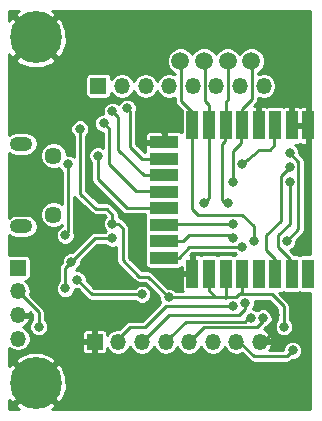
<source format=gbr>
G04 #@! TF.GenerationSoftware,KiCad,Pcbnew,no-vcs-found-33e0758~58~ubuntu16.04.1*
G04 #@! TF.CreationDate,2018-02-07T18:59:58+01:00*
G04 #@! TF.ProjectId,ultrawidebridge,756C747261776964656272696467652E,rev?*
G04 #@! TF.FileFunction,Copper,L2,Bot,Signal*
G04 #@! TF.FilePolarity,Positive*
%FSLAX46Y46*%
G04 Gerber Fmt 4.6, Leading zero omitted, Abs format (unit mm)*
G04 Created by KiCad (PCBNEW no-vcs-found-33e0758~58~ubuntu16.04.1) date Wed Feb  7 18:59:58 2018*
%MOMM*%
%LPD*%
G01*
G04 APERTURE LIST*
%ADD10C,0.100000*%
%ADD11C,1.500000*%
%ADD12C,4.400000*%
%ADD13R,1.000000X2.450000*%
%ADD14R,2.450000X1.000000*%
%ADD15C,1.450000*%
%ADD16O,1.900000X1.200000*%
%ADD17O,1.350000X1.350000*%
%ADD18R,1.350000X1.350000*%
%ADD19C,0.800000*%
%ADD20C,0.250000*%
%ADD21C,0.254000*%
G04 APERTURE END LIST*
D10*
D11*
X174500000Y-117500000D03*
X180500000Y-117500000D03*
X178500000Y-117500000D03*
D12*
X162250000Y-144750000D03*
D13*
X185325000Y-135500000D03*
X183925000Y-135500000D03*
X182525000Y-135500000D03*
X181125000Y-135500000D03*
X179725000Y-135500000D03*
X178325000Y-135500000D03*
X176925000Y-135500000D03*
X175525000Y-135500000D03*
D14*
X173125000Y-134150000D03*
X173125000Y-132750000D03*
X173125000Y-131350000D03*
X173125000Y-129950000D03*
X173125000Y-128550000D03*
X173125000Y-127150000D03*
X173125000Y-125750000D03*
X173125000Y-124350000D03*
D13*
X175525000Y-122950000D03*
X176925000Y-122950000D03*
X178325000Y-122950000D03*
X179725000Y-122950000D03*
X181125000Y-122950000D03*
X182525000Y-122950000D03*
X183925000Y-122950000D03*
X185325000Y-122950000D03*
D15*
X163750000Y-125500000D03*
X163750000Y-130500000D03*
D16*
X161050000Y-124500000D03*
X161050000Y-131500000D03*
D17*
X181550000Y-119600000D03*
X179550000Y-119600000D03*
X177550000Y-119600000D03*
X175550000Y-119600000D03*
X173550000Y-119600000D03*
X171550000Y-119600000D03*
X169550000Y-119600000D03*
D18*
X167550000Y-119600000D03*
D17*
X181250000Y-141250000D03*
X179250000Y-141250000D03*
X177250000Y-141250000D03*
X175250000Y-141250000D03*
X173250000Y-141250000D03*
X171250000Y-141250000D03*
X169250000Y-141250000D03*
D18*
X167250000Y-141250000D03*
D17*
X160750000Y-141000000D03*
X160750000Y-139000000D03*
X160750000Y-137000000D03*
D18*
X160750000Y-135000000D03*
D12*
X162250000Y-115500000D03*
D11*
X176500000Y-117500000D03*
D19*
X183750000Y-125250000D03*
X183500000Y-132750000D03*
X183250000Y-140000000D03*
X166000000Y-123250000D03*
X168750000Y-131250000D03*
X173500000Y-137500000D03*
X182500000Y-139000000D03*
X162000000Y-133750000D03*
X162250000Y-137250000D03*
X165250000Y-134500000D03*
X168750000Y-132500000D03*
X164750000Y-136750000D03*
X164750000Y-132250000D03*
X165000000Y-126250000D03*
X168750000Y-121750000D03*
X170000000Y-121500000D03*
X184000000Y-142000000D03*
X181500000Y-139250000D03*
X180500000Y-139250000D03*
X180000000Y-138000000D03*
X179000000Y-138250000D03*
X162500000Y-140000000D03*
X165750000Y-136000000D03*
X171250000Y-137250000D03*
X167500000Y-125500000D03*
X168000000Y-122750000D03*
X183750000Y-127750000D03*
X183750000Y-126500000D03*
X179750000Y-133250000D03*
X179000000Y-132500000D03*
X179000000Y-131250000D03*
X180750000Y-132750000D03*
X176500000Y-129500000D03*
X178500000Y-129500000D03*
X179000000Y-127750000D03*
X179750000Y-126250000D03*
D20*
X182000000Y-137250000D02*
X182250000Y-137250000D01*
X179500000Y-137250000D02*
X182000000Y-137250000D01*
X183250000Y-138250000D02*
X183250000Y-140000000D01*
X182250000Y-137250000D02*
X183250000Y-138250000D01*
X179500000Y-137250000D02*
X179250000Y-137500000D01*
X184500000Y-131250000D02*
X184500000Y-129000000D01*
X184500000Y-126000000D02*
X183750000Y-125250000D01*
X184500000Y-129000000D02*
X184500000Y-126000000D01*
X184500000Y-131750000D02*
X184500000Y-131250000D01*
X183500000Y-132750000D02*
X184500000Y-131750000D01*
X168750000Y-131250000D02*
X168750000Y-130500000D01*
X166000000Y-127500000D02*
X166000000Y-123250000D01*
X166000000Y-128750000D02*
X166000000Y-127500000D01*
X167375000Y-130000000D02*
X166000000Y-128750000D01*
X168750000Y-130500000D02*
X168250000Y-130000000D01*
X168250000Y-130000000D02*
X167375000Y-130000000D01*
X169625000Y-131875000D02*
X169625000Y-131625000D01*
X173500000Y-137500000D02*
X171750000Y-135750000D01*
X169625000Y-134250000D02*
X169625000Y-134375000D01*
X169625000Y-134375000D02*
X171000000Y-135750000D01*
X169625000Y-131875000D02*
X169625000Y-134250000D01*
X171000000Y-135750000D02*
X171750000Y-135750000D01*
X169250000Y-131250000D02*
X168750000Y-131250000D01*
X169625000Y-131625000D02*
X169250000Y-131250000D01*
X168750000Y-131250000D02*
X169000000Y-131250000D01*
X178325000Y-135500000D02*
X178325000Y-137500000D01*
X178300000Y-137575000D02*
X178300000Y-137500000D01*
X178300000Y-137525000D02*
X178300000Y-137575000D01*
X178325000Y-137500000D02*
X178300000Y-137525000D01*
X176925000Y-135500000D02*
X176925000Y-136925000D01*
X176925000Y-136925000D02*
X177500000Y-137500000D01*
X173500000Y-137500000D02*
X177000000Y-137500000D01*
X177000000Y-137500000D02*
X177500000Y-137500000D01*
X177500000Y-137500000D02*
X177750000Y-137500000D01*
X177750000Y-137500000D02*
X178300000Y-137500000D01*
X178300000Y-137500000D02*
X179250000Y-137500000D01*
X179725000Y-135500000D02*
X179725000Y-137025000D01*
X179725000Y-137025000D02*
X179500000Y-137250000D01*
X179250000Y-137500000D02*
X179500000Y-137250000D01*
X181250000Y-141250000D02*
X181500000Y-141250000D01*
X181500000Y-141250000D02*
X182500000Y-140250000D01*
X182500000Y-140250000D02*
X182500000Y-139000000D01*
X181250000Y-141000000D02*
X181250000Y-141250000D01*
X162000000Y-137000000D02*
X162000000Y-133750000D01*
X162250000Y-137250000D02*
X162000000Y-137000000D01*
X167500000Y-141000000D02*
X167500000Y-141250000D01*
X167500000Y-141250000D02*
X167250000Y-141250000D01*
X167250000Y-140750000D02*
X167250000Y-141500000D01*
X167250000Y-141500000D02*
X167250000Y-141250000D01*
X167000000Y-141250000D02*
X167250000Y-141250000D01*
X164750000Y-136750000D02*
X164750000Y-135000000D01*
X164750000Y-135000000D02*
X165250000Y-134500000D01*
X165250000Y-134500000D02*
X167250000Y-132500000D01*
X167250000Y-132500000D02*
X168750000Y-132500000D01*
X165000000Y-126250000D02*
X165000000Y-132000000D01*
X165000000Y-132000000D02*
X164750000Y-132250000D01*
X168750000Y-121750000D02*
X169250000Y-122250000D01*
X169250000Y-125000000D02*
X171400000Y-127150000D01*
X169250000Y-122250000D02*
X169250000Y-125000000D01*
X173125000Y-127150000D02*
X171400000Y-127150000D01*
X172850000Y-127150000D02*
X172875000Y-127175000D01*
X172875000Y-127175000D02*
X173125000Y-127150000D01*
X167575000Y-119775000D02*
X167550000Y-119600000D01*
X170250000Y-124750000D02*
X170250000Y-121750000D01*
X170250000Y-121750000D02*
X170000000Y-121500000D01*
X170250000Y-124750000D02*
X171250000Y-125750000D01*
X172575000Y-125750000D02*
X171450000Y-125750000D01*
X171450000Y-125750000D02*
X171250000Y-125750000D01*
X173125000Y-125750000D02*
X172575000Y-125750000D01*
X172575000Y-125750000D02*
X172625000Y-125800000D01*
X172625000Y-125800000D02*
X173125000Y-125750000D01*
X169500000Y-119725000D02*
X169575000Y-119650000D01*
X169575000Y-119650000D02*
X169575000Y-119625000D01*
X169575000Y-119625000D02*
X169550000Y-119600000D01*
X183500000Y-142500000D02*
X184000000Y-142000000D01*
X182000000Y-142500000D02*
X181500000Y-142500000D01*
X180750000Y-142500000D02*
X179500000Y-141250000D01*
X180750000Y-142500000D02*
X181500000Y-142500000D01*
X182000000Y-142500000D02*
X183500000Y-142500000D01*
X179250000Y-141250000D02*
X179500000Y-141250000D01*
X177250000Y-141250000D02*
X177250000Y-141750000D01*
X177250000Y-141250000D02*
X177000000Y-141250000D01*
X175250000Y-141250000D02*
X176500000Y-140000000D01*
X181500000Y-139500000D02*
X181500000Y-139250000D01*
X181000000Y-140000000D02*
X181500000Y-139500000D01*
X176500000Y-140000000D02*
X181000000Y-140000000D01*
X175250000Y-141250000D02*
X175000000Y-141500000D01*
X176250000Y-139549998D02*
X174950002Y-139549998D01*
X176250000Y-139549998D02*
X179950002Y-139549998D01*
X173750000Y-140750000D02*
X173250000Y-141250000D01*
X180250000Y-139250000D02*
X179950002Y-139549998D01*
X180500000Y-139250000D02*
X180250000Y-139250000D01*
X174950002Y-139549998D02*
X173750000Y-140750000D01*
X176000000Y-139000000D02*
X173500000Y-139000000D01*
X173500000Y-139000000D02*
X172500000Y-140000000D01*
X172500000Y-140000000D02*
X171250000Y-141250000D01*
X179500000Y-139000000D02*
X176000000Y-139000000D01*
X180000000Y-138500000D02*
X179500000Y-139000000D01*
X180000000Y-138000000D02*
X180000000Y-138500000D01*
X171250000Y-141000000D02*
X171250000Y-141250000D01*
X171250000Y-140750000D02*
X171250000Y-141250000D01*
X179000000Y-138250000D02*
X173250000Y-138250000D01*
X173250000Y-138250000D02*
X172000000Y-139500000D01*
X170250000Y-140000000D02*
X169250000Y-141000000D01*
X172000000Y-139500000D02*
X171500000Y-140000000D01*
X171500000Y-140000000D02*
X170250000Y-140000000D01*
X169250000Y-141000000D02*
X169250000Y-141250000D01*
X169250000Y-141250000D02*
X169250000Y-141000000D01*
X162500000Y-140000000D02*
X162500000Y-138750000D01*
X162500000Y-138750000D02*
X162250000Y-138500000D01*
X162250000Y-138500000D02*
X160750000Y-137000000D01*
X167250000Y-137250000D02*
X167000000Y-137250000D01*
X167000000Y-137250000D02*
X165750000Y-136000000D01*
X171250000Y-137250000D02*
X167250000Y-137250000D01*
X172450000Y-129950000D02*
X171450000Y-129950000D01*
X167500000Y-127500000D02*
X167500000Y-125500000D01*
X169950000Y-129950000D02*
X167500000Y-127500000D01*
X171450000Y-129950000D02*
X169950000Y-129950000D01*
X172450000Y-129950000D02*
X173125000Y-129950000D01*
X172200000Y-129950000D02*
X172450000Y-129950000D01*
X172450000Y-129950000D02*
X172500000Y-130000000D01*
X172500000Y-130000000D02*
X172200000Y-129950000D01*
X170750000Y-128500000D02*
X173000000Y-128500000D01*
X168500000Y-126250000D02*
X170750000Y-128500000D01*
X168500000Y-123250000D02*
X168500000Y-126250000D01*
X168000000Y-122750000D02*
X168500000Y-123250000D01*
X173000000Y-128500000D02*
X173125000Y-128550000D01*
X173175000Y-128550000D02*
X173275000Y-128450000D01*
X173275000Y-128450000D02*
X173125000Y-128550000D01*
X183000000Y-133500000D02*
X183500000Y-134000000D01*
X183750000Y-134250000D02*
X183750000Y-135500000D01*
X183500000Y-134000000D02*
X183750000Y-134250000D01*
X183750000Y-135500000D02*
X183925000Y-135500000D01*
X184000000Y-135250000D02*
X183925000Y-135500000D01*
X183750000Y-131250000D02*
X183750000Y-127750000D01*
X183750000Y-131250000D02*
X182750000Y-132250000D01*
X182750000Y-132250000D02*
X182750000Y-133250000D01*
X182750000Y-133250000D02*
X183000000Y-133500000D01*
X182525000Y-135500000D02*
X182525000Y-134275000D01*
X182525000Y-134275000D02*
X181750000Y-133500000D01*
X181750000Y-133500000D02*
X181750000Y-132250000D01*
X181750000Y-132250000D02*
X183000000Y-131000000D01*
X183000000Y-131000000D02*
X183000000Y-127250000D01*
X183000000Y-127250000D02*
X183750000Y-126500000D01*
X173125000Y-134150000D02*
X174350000Y-134150000D01*
X174350000Y-134150000D02*
X175250000Y-133250000D01*
X175250000Y-133250000D02*
X179750000Y-133250000D01*
X174000000Y-134250000D02*
X173125000Y-134150000D01*
X172200000Y-134150000D02*
X173350000Y-134150000D01*
X173125000Y-132750000D02*
X174750000Y-132750000D01*
X178750000Y-132250000D02*
X179000000Y-132500000D01*
X175250000Y-132250000D02*
X178750000Y-132250000D01*
X174750000Y-132750000D02*
X175250000Y-132250000D01*
X179000000Y-131250000D02*
X173250000Y-131250000D01*
X173250000Y-131250000D02*
X173000000Y-131500000D01*
X173000000Y-131500000D02*
X173125000Y-131350000D01*
X172200000Y-131350000D02*
X173600000Y-131350000D01*
X174550000Y-120850000D02*
X174550000Y-117750000D01*
X174550000Y-117750000D02*
X174500000Y-117700000D01*
X174500000Y-117700000D02*
X174500000Y-117500000D01*
X180750000Y-132250000D02*
X180750000Y-132750000D01*
X175525000Y-122950000D02*
X175525000Y-121825000D01*
X175525000Y-121825000D02*
X174550000Y-120850000D01*
X178500000Y-130500000D02*
X179750000Y-130500000D01*
X175525000Y-122950000D02*
X175525000Y-130025000D01*
X180750000Y-131500000D02*
X180750000Y-132250000D01*
X179750000Y-130500000D02*
X180750000Y-131500000D01*
X176000000Y-130500000D02*
X178500000Y-130500000D01*
X175525000Y-130025000D02*
X176000000Y-130500000D01*
X180750000Y-132000000D02*
X180750000Y-132250000D01*
X175500000Y-123000000D02*
X175525000Y-122950000D01*
X176550000Y-120875000D02*
X176550000Y-117650000D01*
X176550000Y-117650000D02*
X176500000Y-117600000D01*
X176500000Y-117600000D02*
X176500000Y-117500000D01*
X176500000Y-117500000D02*
X176500000Y-117600000D01*
X176500000Y-117600000D02*
X176550000Y-117650000D01*
X176550000Y-117650000D02*
X176500000Y-117500000D01*
X176925000Y-122950000D02*
X176925000Y-121250000D01*
X176925000Y-121250000D02*
X176550000Y-120875000D01*
X176925000Y-122950000D02*
X176925000Y-129075000D01*
X176925000Y-129075000D02*
X176500000Y-129500000D01*
X177000000Y-123750000D02*
X176925000Y-122950000D01*
X177000000Y-123000000D02*
X176925000Y-122950000D01*
X177000000Y-123000000D02*
X176925000Y-122950000D01*
X178550000Y-120725000D02*
X178550000Y-117550000D01*
X178550000Y-117550000D02*
X178525000Y-117525000D01*
X178525000Y-117525000D02*
X178500000Y-117500000D01*
X178500000Y-129500000D02*
X178250000Y-129500000D01*
X178250000Y-129500000D02*
X178000000Y-129250000D01*
X178325000Y-122950000D02*
X178325000Y-120950000D01*
X178325000Y-120950000D02*
X178550000Y-120725000D01*
X178000000Y-124500000D02*
X178250000Y-124250000D01*
X178000000Y-129250000D02*
X178000000Y-124500000D01*
X178250000Y-124250000D02*
X178250000Y-123750000D01*
X178250000Y-123750000D02*
X178325000Y-122950000D01*
X178250000Y-123250000D02*
X178325000Y-122950000D01*
X178250000Y-123500000D02*
X178250000Y-123250000D01*
X178250000Y-123250000D02*
X178325000Y-122950000D01*
X178316937Y-123009129D02*
X178325000Y-122950000D01*
X178250000Y-123500000D02*
X178325000Y-122950000D01*
X179725000Y-122950000D02*
X179725000Y-121575000D01*
X179725000Y-121575000D02*
X180550000Y-120750000D01*
X179000000Y-125138426D02*
X179500000Y-124638426D01*
X179675000Y-124463426D02*
X179675000Y-123312276D01*
X179500000Y-124638426D02*
X179675000Y-124463426D01*
X179675000Y-123312276D02*
X179725000Y-122950000D01*
X179717000Y-122994000D02*
X179725000Y-122950000D01*
X179675000Y-123225000D02*
X179725000Y-122950000D01*
X180550000Y-120750000D02*
X180550000Y-117475000D01*
X180550000Y-117475000D02*
X180500000Y-117500000D01*
X179000000Y-127750000D02*
X179000000Y-125138426D01*
X179000000Y-125138426D02*
X179000000Y-125250000D01*
X179000000Y-125250000D02*
X179000000Y-125138426D01*
X182450000Y-124625000D02*
X182450000Y-123300000D01*
X182075000Y-125000000D02*
X182450000Y-124625000D01*
X181175000Y-125000000D02*
X182075000Y-125000000D01*
X179750000Y-126250000D02*
X181175000Y-125000000D01*
X182450000Y-123300000D02*
X182525000Y-122950000D01*
D21*
G36*
X160792153Y-113277380D02*
X160534441Y-113604836D01*
X162250000Y-115320395D01*
X163965559Y-113604836D01*
X163707847Y-113277380D01*
X163657434Y-113257000D01*
X185493000Y-113257000D01*
X185493000Y-121378750D01*
X185452000Y-121419750D01*
X185452000Y-122823000D01*
X185472000Y-122823000D01*
X185472000Y-123077000D01*
X185452000Y-123077000D01*
X185452000Y-124480250D01*
X185493000Y-124521250D01*
X185493000Y-133860027D01*
X184825000Y-133860027D01*
X184666197Y-133891615D01*
X184625000Y-133919142D01*
X184583803Y-133891615D01*
X184425000Y-133860027D01*
X184112389Y-133860027D01*
X183765737Y-133513375D01*
X183956532Y-133434540D01*
X184183742Y-133207726D01*
X184306860Y-132911226D01*
X184307048Y-132695313D01*
X184876178Y-132126183D01*
X184876181Y-132126181D01*
X184959703Y-132001181D01*
X184991505Y-131953587D01*
X185032001Y-131750000D01*
X185032000Y-131749995D01*
X185032000Y-126000000D01*
X184991504Y-125796412D01*
X184876181Y-125623819D01*
X184556953Y-125304591D01*
X184557140Y-125090182D01*
X184434540Y-124793468D01*
X184223441Y-124582000D01*
X184505957Y-124582000D01*
X184625000Y-124532691D01*
X184744043Y-124582000D01*
X185096250Y-124582000D01*
X185198000Y-124480250D01*
X185198000Y-123077000D01*
X184052000Y-123077000D01*
X184052000Y-123097000D01*
X183798000Y-123097000D01*
X183798000Y-123077000D01*
X183778000Y-123077000D01*
X183778000Y-122823000D01*
X183798000Y-122823000D01*
X183798000Y-121419750D01*
X184052000Y-121419750D01*
X184052000Y-122823000D01*
X185198000Y-122823000D01*
X185198000Y-121419750D01*
X185096250Y-121318000D01*
X184744043Y-121318000D01*
X184625000Y-121367309D01*
X184505957Y-121318000D01*
X184153750Y-121318000D01*
X184052000Y-121419750D01*
X183798000Y-121419750D01*
X183696250Y-121318000D01*
X183344043Y-121318000D01*
X183223307Y-121368010D01*
X183183803Y-121341615D01*
X183025000Y-121310027D01*
X182025000Y-121310027D01*
X181866197Y-121341615D01*
X181826693Y-121368010D01*
X181705957Y-121318000D01*
X181353750Y-121318000D01*
X181252000Y-121419750D01*
X181252000Y-122823000D01*
X181272000Y-122823000D01*
X181272000Y-123077000D01*
X181252000Y-123077000D01*
X181252000Y-123097000D01*
X180998000Y-123097000D01*
X180998000Y-123077000D01*
X180978000Y-123077000D01*
X180978000Y-122823000D01*
X180998000Y-122823000D01*
X180998000Y-121419750D01*
X180896250Y-121318000D01*
X180734362Y-121318000D01*
X180926181Y-121126181D01*
X180954702Y-121083496D01*
X181041504Y-120953588D01*
X181082000Y-120750000D01*
X181082000Y-120584797D01*
X181135937Y-120620836D01*
X181550000Y-120703198D01*
X181964063Y-120620836D01*
X182315090Y-120386288D01*
X182549638Y-120035261D01*
X182632000Y-119621198D01*
X182632000Y-119578802D01*
X182549638Y-119164739D01*
X182315090Y-118813712D01*
X181964063Y-118579164D01*
X181550000Y-118496802D01*
X181135937Y-118579164D01*
X181082000Y-118615203D01*
X181082000Y-118511398D01*
X181154532Y-118481429D01*
X181480285Y-118156244D01*
X181656799Y-117731151D01*
X181657200Y-117270868D01*
X181481429Y-116845468D01*
X181156244Y-116519715D01*
X180731151Y-116343201D01*
X180270868Y-116342800D01*
X179845468Y-116518571D01*
X179519715Y-116843756D01*
X179500170Y-116890825D01*
X179481429Y-116845468D01*
X179156244Y-116519715D01*
X178731151Y-116343201D01*
X178270868Y-116342800D01*
X177845468Y-116518571D01*
X177519715Y-116843756D01*
X177500170Y-116890825D01*
X177481429Y-116845468D01*
X177156244Y-116519715D01*
X176731151Y-116343201D01*
X176270868Y-116342800D01*
X175845468Y-116518571D01*
X175519715Y-116843756D01*
X175500170Y-116890825D01*
X175481429Y-116845468D01*
X175156244Y-116519715D01*
X174731151Y-116343201D01*
X174270868Y-116342800D01*
X173845468Y-116518571D01*
X173519715Y-116843756D01*
X173343201Y-117268849D01*
X173342800Y-117729132D01*
X173518571Y-118154532D01*
X173843756Y-118480285D01*
X174018000Y-118552637D01*
X174018000Y-118615203D01*
X173964063Y-118579164D01*
X173550000Y-118496802D01*
X173135937Y-118579164D01*
X172784910Y-118813712D01*
X172550362Y-119164739D01*
X172550000Y-119166559D01*
X172549638Y-119164739D01*
X172315090Y-118813712D01*
X171964063Y-118579164D01*
X171550000Y-118496802D01*
X171135937Y-118579164D01*
X170784910Y-118813712D01*
X170550362Y-119164739D01*
X170550000Y-119166559D01*
X170549638Y-119164739D01*
X170315090Y-118813712D01*
X169964063Y-118579164D01*
X169550000Y-118496802D01*
X169135937Y-118579164D01*
X168784910Y-118813712D01*
X168639973Y-119030626D01*
X168639973Y-118925000D01*
X168608385Y-118766197D01*
X168518430Y-118631570D01*
X168383803Y-118541615D01*
X168225000Y-118510027D01*
X166875000Y-118510027D01*
X166716197Y-118541615D01*
X166581570Y-118631570D01*
X166491615Y-118766197D01*
X166460027Y-118925000D01*
X166460027Y-120275000D01*
X166491615Y-120433803D01*
X166581570Y-120568430D01*
X166716197Y-120658385D01*
X166875000Y-120689973D01*
X168225000Y-120689973D01*
X168383803Y-120658385D01*
X168518430Y-120568430D01*
X168608385Y-120433803D01*
X168639973Y-120275000D01*
X168639973Y-120169374D01*
X168784910Y-120386288D01*
X169135937Y-120620836D01*
X169550000Y-120703198D01*
X169964063Y-120620836D01*
X170315090Y-120386288D01*
X170549638Y-120035261D01*
X170550000Y-120033441D01*
X170550362Y-120035261D01*
X170784910Y-120386288D01*
X171135937Y-120620836D01*
X171550000Y-120703198D01*
X171964063Y-120620836D01*
X172315090Y-120386288D01*
X172549638Y-120035261D01*
X172550000Y-120033441D01*
X172550362Y-120035261D01*
X172784910Y-120386288D01*
X173135937Y-120620836D01*
X173550000Y-120703198D01*
X173964063Y-120620836D01*
X174018000Y-120584797D01*
X174018000Y-120850000D01*
X174058496Y-121053588D01*
X174155536Y-121198819D01*
X174173819Y-121226181D01*
X174620415Y-121672777D01*
X174610027Y-121725000D01*
X174610027Y-123534442D01*
X174580547Y-123504962D01*
X174430958Y-123443000D01*
X173353750Y-123443000D01*
X173252000Y-123544750D01*
X173252000Y-124223000D01*
X173272000Y-124223000D01*
X173272000Y-124477000D01*
X173252000Y-124477000D01*
X173252000Y-124497000D01*
X172998000Y-124497000D01*
X172998000Y-124477000D01*
X171594750Y-124477000D01*
X171493000Y-124578750D01*
X171493000Y-124930957D01*
X171543010Y-125051693D01*
X171516615Y-125091197D01*
X171491392Y-125218000D01*
X171470361Y-125218000D01*
X170782000Y-124529638D01*
X170782000Y-123769043D01*
X171493000Y-123769043D01*
X171493000Y-124121250D01*
X171594750Y-124223000D01*
X172998000Y-124223000D01*
X172998000Y-123544750D01*
X172896250Y-123443000D01*
X171819042Y-123443000D01*
X171669453Y-123504962D01*
X171554962Y-123619453D01*
X171493000Y-123769043D01*
X170782000Y-123769043D01*
X170782000Y-121750000D01*
X170778113Y-121730457D01*
X170806860Y-121661226D01*
X170807140Y-121340182D01*
X170684540Y-121043468D01*
X170457726Y-120816258D01*
X170161226Y-120693140D01*
X169840182Y-120692860D01*
X169543468Y-120815460D01*
X169316258Y-121042274D01*
X169277341Y-121135995D01*
X169207726Y-121066258D01*
X168911226Y-120943140D01*
X168590182Y-120942860D01*
X168293468Y-121065460D01*
X168066258Y-121292274D01*
X167943140Y-121588774D01*
X167942860Y-121909818D01*
X167956555Y-121942961D01*
X167840182Y-121942860D01*
X167543468Y-122065460D01*
X167316258Y-122292274D01*
X167193140Y-122588774D01*
X167192860Y-122909818D01*
X167315460Y-123206532D01*
X167542274Y-123433742D01*
X167838774Y-123556860D01*
X167968000Y-123556973D01*
X167968000Y-124826550D01*
X167957726Y-124816258D01*
X167661226Y-124693140D01*
X167340182Y-124692860D01*
X167043468Y-124815460D01*
X166816258Y-125042274D01*
X166693140Y-125338774D01*
X166692860Y-125659818D01*
X166815460Y-125956532D01*
X166968000Y-126109338D01*
X166968000Y-127500000D01*
X167008496Y-127703588D01*
X167123819Y-127876181D01*
X169573819Y-130326181D01*
X169746412Y-130441504D01*
X169950000Y-130482000D01*
X171491392Y-130482000D01*
X171516615Y-130608803D01*
X171544142Y-130650000D01*
X171516615Y-130691197D01*
X171485027Y-130850000D01*
X171485027Y-131850000D01*
X171516615Y-132008803D01*
X171544142Y-132050000D01*
X171516615Y-132091197D01*
X171485027Y-132250000D01*
X171485027Y-133250000D01*
X171516615Y-133408803D01*
X171544142Y-133450000D01*
X171516615Y-133491197D01*
X171485027Y-133650000D01*
X171485027Y-134650000D01*
X171516615Y-134808803D01*
X171606570Y-134943430D01*
X171741197Y-135033385D01*
X171900000Y-135064973D01*
X174350000Y-135064973D01*
X174508803Y-135033385D01*
X174618000Y-134960422D01*
X174618000Y-135271250D01*
X174719750Y-135373000D01*
X175398000Y-135373000D01*
X175398000Y-133969750D01*
X175340306Y-133912056D01*
X175470362Y-133782000D01*
X179140796Y-133782000D01*
X179219733Y-133861075D01*
X179066197Y-133891615D01*
X179025000Y-133919142D01*
X178983803Y-133891615D01*
X178825000Y-133860027D01*
X177825000Y-133860027D01*
X177666197Y-133891615D01*
X177625000Y-133919142D01*
X177583803Y-133891615D01*
X177425000Y-133860027D01*
X176425000Y-133860027D01*
X176266197Y-133891615D01*
X176226693Y-133918010D01*
X176105957Y-133868000D01*
X175753750Y-133868000D01*
X175652000Y-133969750D01*
X175652000Y-135373000D01*
X175672000Y-135373000D01*
X175672000Y-135627000D01*
X175652000Y-135627000D01*
X175652000Y-135647000D01*
X175398000Y-135647000D01*
X175398000Y-135627000D01*
X174719750Y-135627000D01*
X174618000Y-135728750D01*
X174618000Y-136805958D01*
X174679962Y-136955547D01*
X174692415Y-136968000D01*
X174109204Y-136968000D01*
X173957726Y-136816258D01*
X173661226Y-136693140D01*
X173445314Y-136692952D01*
X172126181Y-135373819D01*
X172124955Y-135373000D01*
X171953588Y-135258496D01*
X171750000Y-135218000D01*
X171220362Y-135218000D01*
X170157000Y-134154638D01*
X170157000Y-131625000D01*
X170116504Y-131421412D01*
X170001181Y-131248819D01*
X169626181Y-130873819D01*
X169612942Y-130864973D01*
X169453588Y-130758496D01*
X169386260Y-130745104D01*
X169282000Y-130640662D01*
X169282000Y-130500000D01*
X169241504Y-130296412D01*
X169126181Y-130123819D01*
X168626181Y-129623819D01*
X168453588Y-129508496D01*
X168250000Y-129468000D01*
X167580675Y-129468000D01*
X166532000Y-128514659D01*
X166532000Y-123859204D01*
X166683742Y-123707726D01*
X166806860Y-123411226D01*
X166807140Y-123090182D01*
X166684540Y-122793468D01*
X166457726Y-122566258D01*
X166161226Y-122443140D01*
X165840182Y-122442860D01*
X165543468Y-122565460D01*
X165316258Y-122792274D01*
X165193140Y-123088774D01*
X165192860Y-123409818D01*
X165315460Y-123706532D01*
X165468000Y-123859338D01*
X165468000Y-125576550D01*
X165457726Y-125566258D01*
X165161226Y-125443140D01*
X164882050Y-125442897D01*
X164882196Y-125275819D01*
X164710222Y-124859611D01*
X164392064Y-124540897D01*
X163976157Y-124368197D01*
X163525819Y-124367804D01*
X163109611Y-124539778D01*
X162790897Y-124857936D01*
X162618197Y-125273843D01*
X162617804Y-125724181D01*
X162789778Y-126140389D01*
X163107936Y-126459103D01*
X163523843Y-126631803D01*
X163974181Y-126632196D01*
X164239455Y-126522587D01*
X164315460Y-126706532D01*
X164468000Y-126859338D01*
X164468000Y-129616966D01*
X164392064Y-129540897D01*
X163976157Y-129368197D01*
X163525819Y-129367804D01*
X163109611Y-129539778D01*
X162790897Y-129857936D01*
X162618197Y-130273843D01*
X162617804Y-130724181D01*
X162789778Y-131140389D01*
X163107936Y-131459103D01*
X163523843Y-131631803D01*
X163974181Y-131632196D01*
X164390389Y-131460222D01*
X164468000Y-131382746D01*
X164468000Y-131493345D01*
X164293468Y-131565460D01*
X164066258Y-131792274D01*
X163943140Y-132088774D01*
X163942860Y-132409818D01*
X164065460Y-132706532D01*
X164292274Y-132933742D01*
X164588774Y-133056860D01*
X164909818Y-133057140D01*
X165206532Y-132934540D01*
X165433742Y-132707726D01*
X165556860Y-132411226D01*
X165557140Y-132090182D01*
X165528061Y-132019805D01*
X165532000Y-132000000D01*
X165532000Y-128994676D01*
X165573050Y-129050200D01*
X165623819Y-129126181D01*
X165634501Y-129133319D01*
X165642138Y-129143648D01*
X167017138Y-130393648D01*
X167095436Y-130440738D01*
X167171412Y-130491504D01*
X167184012Y-130494010D01*
X167195022Y-130500632D01*
X167285390Y-130514176D01*
X167375000Y-130532000D01*
X168029638Y-130532000D01*
X168178183Y-130680545D01*
X168066258Y-130792274D01*
X167943140Y-131088774D01*
X167942860Y-131409818D01*
X168065460Y-131706532D01*
X168233729Y-131875095D01*
X168140662Y-131968000D01*
X167250000Y-131968000D01*
X167046412Y-132008496D01*
X166884767Y-132116504D01*
X166873819Y-132123819D01*
X165304591Y-133693047D01*
X165090182Y-133692860D01*
X164793468Y-133815460D01*
X164566258Y-134042274D01*
X164443140Y-134338774D01*
X164442952Y-134554686D01*
X164373819Y-134623819D01*
X164258496Y-134796412D01*
X164218000Y-135000000D01*
X164218000Y-136140796D01*
X164066258Y-136292274D01*
X163943140Y-136588774D01*
X163942860Y-136909818D01*
X164065460Y-137206532D01*
X164292274Y-137433742D01*
X164588774Y-137556860D01*
X164909818Y-137557140D01*
X165206532Y-137434540D01*
X165433742Y-137207726D01*
X165556860Y-136911226D01*
X165556963Y-136793651D01*
X165588774Y-136806860D01*
X165804686Y-136807048D01*
X166623819Y-137626181D01*
X166796412Y-137741504D01*
X167000000Y-137782000D01*
X170640796Y-137782000D01*
X170792274Y-137933742D01*
X171088774Y-138056860D01*
X171409818Y-138057140D01*
X171706532Y-137934540D01*
X171933742Y-137707726D01*
X172056860Y-137411226D01*
X172057140Y-137090182D01*
X171934540Y-136793468D01*
X171707726Y-136566258D01*
X171411226Y-136443140D01*
X171090182Y-136442860D01*
X170793468Y-136565460D01*
X170640662Y-136718000D01*
X167220362Y-136718000D01*
X166556953Y-136054591D01*
X166557140Y-135840182D01*
X166434540Y-135543468D01*
X166207726Y-135316258D01*
X165911226Y-135193140D01*
X165686193Y-135192944D01*
X165706532Y-135184540D01*
X165933742Y-134957726D01*
X166056860Y-134661226D01*
X166057048Y-134445314D01*
X167470362Y-133032000D01*
X168140796Y-133032000D01*
X168292274Y-133183742D01*
X168588774Y-133306860D01*
X168909818Y-133307140D01*
X169093000Y-133231451D01*
X169093000Y-134375000D01*
X169133496Y-134578588D01*
X169188713Y-134661226D01*
X169248819Y-134751181D01*
X170623819Y-136126181D01*
X170796413Y-136241505D01*
X171000000Y-136282001D01*
X171000005Y-136282000D01*
X171529638Y-136282000D01*
X172693047Y-137445409D01*
X172692860Y-137659818D01*
X172808339Y-137939299D01*
X171279638Y-139468000D01*
X170250005Y-139468000D01*
X170250000Y-139467999D01*
X170046413Y-139508495D01*
X170046411Y-139508496D01*
X170046412Y-139508496D01*
X169873819Y-139623819D01*
X169873817Y-139623822D01*
X169334107Y-140163532D01*
X169250000Y-140146802D01*
X168835937Y-140229164D01*
X168484910Y-140463712D01*
X168332000Y-140692559D01*
X168332000Y-140494043D01*
X168270038Y-140344453D01*
X168155547Y-140229962D01*
X168005958Y-140168000D01*
X167478750Y-140168000D01*
X167377000Y-140269750D01*
X167377000Y-141123000D01*
X167397000Y-141123000D01*
X167397000Y-141377000D01*
X167377000Y-141377000D01*
X167377000Y-142230250D01*
X167478750Y-142332000D01*
X168005958Y-142332000D01*
X168155547Y-142270038D01*
X168270038Y-142155547D01*
X168332000Y-142005957D01*
X168332000Y-141807441D01*
X168484910Y-142036288D01*
X168835937Y-142270836D01*
X169250000Y-142353198D01*
X169664063Y-142270836D01*
X170015090Y-142036288D01*
X170249638Y-141685261D01*
X170250000Y-141683441D01*
X170250362Y-141685261D01*
X170484910Y-142036288D01*
X170835937Y-142270836D01*
X171250000Y-142353198D01*
X171664063Y-142270836D01*
X172015090Y-142036288D01*
X172249638Y-141685261D01*
X172250000Y-141683441D01*
X172250362Y-141685261D01*
X172484910Y-142036288D01*
X172835937Y-142270836D01*
X173250000Y-142353198D01*
X173664063Y-142270836D01*
X174015090Y-142036288D01*
X174249638Y-141685261D01*
X174250000Y-141683441D01*
X174250362Y-141685261D01*
X174484910Y-142036288D01*
X174835937Y-142270836D01*
X175250000Y-142353198D01*
X175664063Y-142270836D01*
X176015090Y-142036288D01*
X176249638Y-141685261D01*
X176250000Y-141683441D01*
X176250362Y-141685261D01*
X176484910Y-142036288D01*
X176835937Y-142270836D01*
X177250000Y-142353198D01*
X177664063Y-142270836D01*
X178015090Y-142036288D01*
X178249638Y-141685261D01*
X178250000Y-141683441D01*
X178250362Y-141685261D01*
X178484910Y-142036288D01*
X178835937Y-142270836D01*
X179250000Y-142353198D01*
X179664063Y-142270836D01*
X179726653Y-142229015D01*
X180373819Y-142876181D01*
X180546412Y-142991504D01*
X180750000Y-143032000D01*
X183500000Y-143032000D01*
X183703588Y-142991504D01*
X183876181Y-142876181D01*
X183945409Y-142806953D01*
X184159818Y-142807140D01*
X184456532Y-142684540D01*
X184683742Y-142457726D01*
X184806860Y-142161226D01*
X184807140Y-141840182D01*
X184684540Y-141543468D01*
X184457726Y-141316258D01*
X184161226Y-141193140D01*
X183840182Y-141192860D01*
X183543468Y-141315460D01*
X183316258Y-141542274D01*
X183193140Y-141838774D01*
X183193027Y-141968000D01*
X182043333Y-141968000D01*
X182099834Y-141919728D01*
X182291438Y-141543531D01*
X182222784Y-141377000D01*
X181377000Y-141377000D01*
X181377000Y-141397000D01*
X181123000Y-141397000D01*
X181123000Y-141377000D01*
X181103000Y-141377000D01*
X181103000Y-141123000D01*
X181123000Y-141123000D01*
X181123000Y-141103000D01*
X181377000Y-141103000D01*
X181377000Y-141123000D01*
X182222784Y-141123000D01*
X182291438Y-140956469D01*
X182099834Y-140580272D01*
X181778850Y-140306035D01*
X181543711Y-140208651D01*
X181720151Y-140032211D01*
X181956532Y-139934540D01*
X182183742Y-139707726D01*
X182306860Y-139411226D01*
X182307140Y-139090182D01*
X182184540Y-138793468D01*
X181957726Y-138566258D01*
X181661226Y-138443140D01*
X181340182Y-138442860D01*
X181043468Y-138565460D01*
X181000123Y-138608729D01*
X180957726Y-138566258D01*
X180685597Y-138453260D01*
X180806860Y-138161226D01*
X180807140Y-137840182D01*
X180783100Y-137782000D01*
X182029638Y-137782000D01*
X182718000Y-138470361D01*
X182718000Y-139390796D01*
X182566258Y-139542274D01*
X182443140Y-139838774D01*
X182442860Y-140159818D01*
X182565460Y-140456532D01*
X182792274Y-140683742D01*
X183088774Y-140806860D01*
X183409818Y-140807140D01*
X183706532Y-140684540D01*
X183933742Y-140457726D01*
X184056860Y-140161226D01*
X184057140Y-139840182D01*
X183934540Y-139543468D01*
X183782000Y-139390662D01*
X183782000Y-138250005D01*
X183782001Y-138250000D01*
X183741505Y-138046413D01*
X183681448Y-137956532D01*
X183626181Y-137873819D01*
X183626178Y-137873817D01*
X182892335Y-137139973D01*
X183025000Y-137139973D01*
X183183803Y-137108385D01*
X183225000Y-137080858D01*
X183266197Y-137108385D01*
X183425000Y-137139973D01*
X184425000Y-137139973D01*
X184583803Y-137108385D01*
X184625000Y-137080858D01*
X184666197Y-137108385D01*
X184825000Y-137139973D01*
X185493000Y-137139973D01*
X185493000Y-146993000D01*
X163658645Y-146993000D01*
X163707847Y-146972620D01*
X163965559Y-146645164D01*
X162250000Y-144929605D01*
X160534441Y-146645164D01*
X160792153Y-146972620D01*
X160842566Y-146993000D01*
X160007000Y-146993000D01*
X160007000Y-146158645D01*
X160027380Y-146207847D01*
X160354836Y-146465559D01*
X162070395Y-144750000D01*
X162429605Y-144750000D01*
X164145164Y-146465559D01*
X164472620Y-146207847D01*
X164861327Y-145246315D01*
X164852483Y-144209224D01*
X164472620Y-143292153D01*
X164145164Y-143034441D01*
X162429605Y-144750000D01*
X162070395Y-144750000D01*
X160354836Y-143034441D01*
X160027380Y-143292153D01*
X160007000Y-143342566D01*
X160007000Y-142854836D01*
X160534441Y-142854836D01*
X162250000Y-144570395D01*
X163965559Y-142854836D01*
X163707847Y-142527380D01*
X162746315Y-142138673D01*
X161709224Y-142147517D01*
X160792153Y-142527380D01*
X160534441Y-142854836D01*
X160007000Y-142854836D01*
X160007000Y-141794014D01*
X160314739Y-141999638D01*
X160728802Y-142082000D01*
X160771198Y-142082000D01*
X161185261Y-141999638D01*
X161536288Y-141765090D01*
X161727613Y-141478750D01*
X166168000Y-141478750D01*
X166168000Y-142005957D01*
X166229962Y-142155547D01*
X166344453Y-142270038D01*
X166494042Y-142332000D01*
X167021250Y-142332000D01*
X167123000Y-142230250D01*
X167123000Y-141377000D01*
X166269750Y-141377000D01*
X166168000Y-141478750D01*
X161727613Y-141478750D01*
X161770836Y-141414063D01*
X161853198Y-141000000D01*
X161770836Y-140585937D01*
X161536288Y-140234910D01*
X161185261Y-140000362D01*
X161141335Y-139991625D01*
X161419728Y-139849834D01*
X161693965Y-139528850D01*
X161791425Y-139293529D01*
X161721988Y-139127000D01*
X160877000Y-139127000D01*
X160877000Y-139147000D01*
X160623000Y-139147000D01*
X160623000Y-139127000D01*
X160603000Y-139127000D01*
X160603000Y-138873000D01*
X160623000Y-138873000D01*
X160623000Y-138853000D01*
X160877000Y-138853000D01*
X160877000Y-138873000D01*
X161721988Y-138873000D01*
X161765731Y-138768093D01*
X161968000Y-138970362D01*
X161968000Y-139390796D01*
X161816258Y-139542274D01*
X161693140Y-139838774D01*
X161692860Y-140159818D01*
X161815460Y-140456532D01*
X162042274Y-140683742D01*
X162338774Y-140806860D01*
X162659818Y-140807140D01*
X162956532Y-140684540D01*
X163147361Y-140494043D01*
X166168000Y-140494043D01*
X166168000Y-141021250D01*
X166269750Y-141123000D01*
X167123000Y-141123000D01*
X167123000Y-140269750D01*
X167021250Y-140168000D01*
X166494042Y-140168000D01*
X166344453Y-140229962D01*
X166229962Y-140344453D01*
X166168000Y-140494043D01*
X163147361Y-140494043D01*
X163183742Y-140457726D01*
X163306860Y-140161226D01*
X163307140Y-139840182D01*
X163184540Y-139543468D01*
X163032000Y-139390662D01*
X163032000Y-138750000D01*
X162991504Y-138546412D01*
X162876181Y-138373819D01*
X161794991Y-137292629D01*
X161853198Y-137000000D01*
X161770836Y-136585937D01*
X161536288Y-136234910D01*
X161319374Y-136089973D01*
X161425000Y-136089973D01*
X161583803Y-136058385D01*
X161718430Y-135968430D01*
X161808385Y-135833803D01*
X161839973Y-135675000D01*
X161839973Y-134325000D01*
X161808385Y-134166197D01*
X161718430Y-134031570D01*
X161583803Y-133941615D01*
X161425000Y-133910027D01*
X160075000Y-133910027D01*
X160007000Y-133923553D01*
X160007000Y-132242554D01*
X160288053Y-132430347D01*
X160673415Y-132507000D01*
X161426585Y-132507000D01*
X161811947Y-132430347D01*
X162138642Y-132212057D01*
X162356932Y-131885362D01*
X162433585Y-131500000D01*
X162356932Y-131114638D01*
X162138642Y-130787943D01*
X161811947Y-130569653D01*
X161426585Y-130493000D01*
X160673415Y-130493000D01*
X160288053Y-130569653D01*
X160007000Y-130757446D01*
X160007000Y-125242554D01*
X160288053Y-125430347D01*
X160673415Y-125507000D01*
X161426585Y-125507000D01*
X161811947Y-125430347D01*
X162138642Y-125212057D01*
X162356932Y-124885362D01*
X162433585Y-124500000D01*
X162356932Y-124114638D01*
X162138642Y-123787943D01*
X161811947Y-123569653D01*
X161426585Y-123493000D01*
X160673415Y-123493000D01*
X160288053Y-123569653D01*
X160007000Y-123757446D01*
X160007000Y-117395164D01*
X160534441Y-117395164D01*
X160792153Y-117722620D01*
X161753685Y-118111327D01*
X162790776Y-118102483D01*
X163707847Y-117722620D01*
X163965559Y-117395164D01*
X162250000Y-115679605D01*
X160534441Y-117395164D01*
X160007000Y-117395164D01*
X160007000Y-116908645D01*
X160027380Y-116957847D01*
X160354836Y-117215559D01*
X162070395Y-115500000D01*
X162429605Y-115500000D01*
X164145164Y-117215559D01*
X164472620Y-116957847D01*
X164861327Y-115996315D01*
X164852483Y-114959224D01*
X164472620Y-114042153D01*
X164145164Y-113784441D01*
X162429605Y-115500000D01*
X162070395Y-115500000D01*
X160354836Y-113784441D01*
X160027380Y-114042153D01*
X160007000Y-114092566D01*
X160007000Y-113257000D01*
X160841355Y-113257000D01*
X160792153Y-113277380D01*
X160792153Y-113277380D01*
G37*
X160792153Y-113277380D02*
X160534441Y-113604836D01*
X162250000Y-115320395D01*
X163965559Y-113604836D01*
X163707847Y-113277380D01*
X163657434Y-113257000D01*
X185493000Y-113257000D01*
X185493000Y-121378750D01*
X185452000Y-121419750D01*
X185452000Y-122823000D01*
X185472000Y-122823000D01*
X185472000Y-123077000D01*
X185452000Y-123077000D01*
X185452000Y-124480250D01*
X185493000Y-124521250D01*
X185493000Y-133860027D01*
X184825000Y-133860027D01*
X184666197Y-133891615D01*
X184625000Y-133919142D01*
X184583803Y-133891615D01*
X184425000Y-133860027D01*
X184112389Y-133860027D01*
X183765737Y-133513375D01*
X183956532Y-133434540D01*
X184183742Y-133207726D01*
X184306860Y-132911226D01*
X184307048Y-132695313D01*
X184876178Y-132126183D01*
X184876181Y-132126181D01*
X184959703Y-132001181D01*
X184991505Y-131953587D01*
X185032001Y-131750000D01*
X185032000Y-131749995D01*
X185032000Y-126000000D01*
X184991504Y-125796412D01*
X184876181Y-125623819D01*
X184556953Y-125304591D01*
X184557140Y-125090182D01*
X184434540Y-124793468D01*
X184223441Y-124582000D01*
X184505957Y-124582000D01*
X184625000Y-124532691D01*
X184744043Y-124582000D01*
X185096250Y-124582000D01*
X185198000Y-124480250D01*
X185198000Y-123077000D01*
X184052000Y-123077000D01*
X184052000Y-123097000D01*
X183798000Y-123097000D01*
X183798000Y-123077000D01*
X183778000Y-123077000D01*
X183778000Y-122823000D01*
X183798000Y-122823000D01*
X183798000Y-121419750D01*
X184052000Y-121419750D01*
X184052000Y-122823000D01*
X185198000Y-122823000D01*
X185198000Y-121419750D01*
X185096250Y-121318000D01*
X184744043Y-121318000D01*
X184625000Y-121367309D01*
X184505957Y-121318000D01*
X184153750Y-121318000D01*
X184052000Y-121419750D01*
X183798000Y-121419750D01*
X183696250Y-121318000D01*
X183344043Y-121318000D01*
X183223307Y-121368010D01*
X183183803Y-121341615D01*
X183025000Y-121310027D01*
X182025000Y-121310027D01*
X181866197Y-121341615D01*
X181826693Y-121368010D01*
X181705957Y-121318000D01*
X181353750Y-121318000D01*
X181252000Y-121419750D01*
X181252000Y-122823000D01*
X181272000Y-122823000D01*
X181272000Y-123077000D01*
X181252000Y-123077000D01*
X181252000Y-123097000D01*
X180998000Y-123097000D01*
X180998000Y-123077000D01*
X180978000Y-123077000D01*
X180978000Y-122823000D01*
X180998000Y-122823000D01*
X180998000Y-121419750D01*
X180896250Y-121318000D01*
X180734362Y-121318000D01*
X180926181Y-121126181D01*
X180954702Y-121083496D01*
X181041504Y-120953588D01*
X181082000Y-120750000D01*
X181082000Y-120584797D01*
X181135937Y-120620836D01*
X181550000Y-120703198D01*
X181964063Y-120620836D01*
X182315090Y-120386288D01*
X182549638Y-120035261D01*
X182632000Y-119621198D01*
X182632000Y-119578802D01*
X182549638Y-119164739D01*
X182315090Y-118813712D01*
X181964063Y-118579164D01*
X181550000Y-118496802D01*
X181135937Y-118579164D01*
X181082000Y-118615203D01*
X181082000Y-118511398D01*
X181154532Y-118481429D01*
X181480285Y-118156244D01*
X181656799Y-117731151D01*
X181657200Y-117270868D01*
X181481429Y-116845468D01*
X181156244Y-116519715D01*
X180731151Y-116343201D01*
X180270868Y-116342800D01*
X179845468Y-116518571D01*
X179519715Y-116843756D01*
X179500170Y-116890825D01*
X179481429Y-116845468D01*
X179156244Y-116519715D01*
X178731151Y-116343201D01*
X178270868Y-116342800D01*
X177845468Y-116518571D01*
X177519715Y-116843756D01*
X177500170Y-116890825D01*
X177481429Y-116845468D01*
X177156244Y-116519715D01*
X176731151Y-116343201D01*
X176270868Y-116342800D01*
X175845468Y-116518571D01*
X175519715Y-116843756D01*
X175500170Y-116890825D01*
X175481429Y-116845468D01*
X175156244Y-116519715D01*
X174731151Y-116343201D01*
X174270868Y-116342800D01*
X173845468Y-116518571D01*
X173519715Y-116843756D01*
X173343201Y-117268849D01*
X173342800Y-117729132D01*
X173518571Y-118154532D01*
X173843756Y-118480285D01*
X174018000Y-118552637D01*
X174018000Y-118615203D01*
X173964063Y-118579164D01*
X173550000Y-118496802D01*
X173135937Y-118579164D01*
X172784910Y-118813712D01*
X172550362Y-119164739D01*
X172550000Y-119166559D01*
X172549638Y-119164739D01*
X172315090Y-118813712D01*
X171964063Y-118579164D01*
X171550000Y-118496802D01*
X171135937Y-118579164D01*
X170784910Y-118813712D01*
X170550362Y-119164739D01*
X170550000Y-119166559D01*
X170549638Y-119164739D01*
X170315090Y-118813712D01*
X169964063Y-118579164D01*
X169550000Y-118496802D01*
X169135937Y-118579164D01*
X168784910Y-118813712D01*
X168639973Y-119030626D01*
X168639973Y-118925000D01*
X168608385Y-118766197D01*
X168518430Y-118631570D01*
X168383803Y-118541615D01*
X168225000Y-118510027D01*
X166875000Y-118510027D01*
X166716197Y-118541615D01*
X166581570Y-118631570D01*
X166491615Y-118766197D01*
X166460027Y-118925000D01*
X166460027Y-120275000D01*
X166491615Y-120433803D01*
X166581570Y-120568430D01*
X166716197Y-120658385D01*
X166875000Y-120689973D01*
X168225000Y-120689973D01*
X168383803Y-120658385D01*
X168518430Y-120568430D01*
X168608385Y-120433803D01*
X168639973Y-120275000D01*
X168639973Y-120169374D01*
X168784910Y-120386288D01*
X169135937Y-120620836D01*
X169550000Y-120703198D01*
X169964063Y-120620836D01*
X170315090Y-120386288D01*
X170549638Y-120035261D01*
X170550000Y-120033441D01*
X170550362Y-120035261D01*
X170784910Y-120386288D01*
X171135937Y-120620836D01*
X171550000Y-120703198D01*
X171964063Y-120620836D01*
X172315090Y-120386288D01*
X172549638Y-120035261D01*
X172550000Y-120033441D01*
X172550362Y-120035261D01*
X172784910Y-120386288D01*
X173135937Y-120620836D01*
X173550000Y-120703198D01*
X173964063Y-120620836D01*
X174018000Y-120584797D01*
X174018000Y-120850000D01*
X174058496Y-121053588D01*
X174155536Y-121198819D01*
X174173819Y-121226181D01*
X174620415Y-121672777D01*
X174610027Y-121725000D01*
X174610027Y-123534442D01*
X174580547Y-123504962D01*
X174430958Y-123443000D01*
X173353750Y-123443000D01*
X173252000Y-123544750D01*
X173252000Y-124223000D01*
X173272000Y-124223000D01*
X173272000Y-124477000D01*
X173252000Y-124477000D01*
X173252000Y-124497000D01*
X172998000Y-124497000D01*
X172998000Y-124477000D01*
X171594750Y-124477000D01*
X171493000Y-124578750D01*
X171493000Y-124930957D01*
X171543010Y-125051693D01*
X171516615Y-125091197D01*
X171491392Y-125218000D01*
X171470361Y-125218000D01*
X170782000Y-124529638D01*
X170782000Y-123769043D01*
X171493000Y-123769043D01*
X171493000Y-124121250D01*
X171594750Y-124223000D01*
X172998000Y-124223000D01*
X172998000Y-123544750D01*
X172896250Y-123443000D01*
X171819042Y-123443000D01*
X171669453Y-123504962D01*
X171554962Y-123619453D01*
X171493000Y-123769043D01*
X170782000Y-123769043D01*
X170782000Y-121750000D01*
X170778113Y-121730457D01*
X170806860Y-121661226D01*
X170807140Y-121340182D01*
X170684540Y-121043468D01*
X170457726Y-120816258D01*
X170161226Y-120693140D01*
X169840182Y-120692860D01*
X169543468Y-120815460D01*
X169316258Y-121042274D01*
X169277341Y-121135995D01*
X169207726Y-121066258D01*
X168911226Y-120943140D01*
X168590182Y-120942860D01*
X168293468Y-121065460D01*
X168066258Y-121292274D01*
X167943140Y-121588774D01*
X167942860Y-121909818D01*
X167956555Y-121942961D01*
X167840182Y-121942860D01*
X167543468Y-122065460D01*
X167316258Y-122292274D01*
X167193140Y-122588774D01*
X167192860Y-122909818D01*
X167315460Y-123206532D01*
X167542274Y-123433742D01*
X167838774Y-123556860D01*
X167968000Y-123556973D01*
X167968000Y-124826550D01*
X167957726Y-124816258D01*
X167661226Y-124693140D01*
X167340182Y-124692860D01*
X167043468Y-124815460D01*
X166816258Y-125042274D01*
X166693140Y-125338774D01*
X166692860Y-125659818D01*
X166815460Y-125956532D01*
X166968000Y-126109338D01*
X166968000Y-127500000D01*
X167008496Y-127703588D01*
X167123819Y-127876181D01*
X169573819Y-130326181D01*
X169746412Y-130441504D01*
X169950000Y-130482000D01*
X171491392Y-130482000D01*
X171516615Y-130608803D01*
X171544142Y-130650000D01*
X171516615Y-130691197D01*
X171485027Y-130850000D01*
X171485027Y-131850000D01*
X171516615Y-132008803D01*
X171544142Y-132050000D01*
X171516615Y-132091197D01*
X171485027Y-132250000D01*
X171485027Y-133250000D01*
X171516615Y-133408803D01*
X171544142Y-133450000D01*
X171516615Y-133491197D01*
X171485027Y-133650000D01*
X171485027Y-134650000D01*
X171516615Y-134808803D01*
X171606570Y-134943430D01*
X171741197Y-135033385D01*
X171900000Y-135064973D01*
X174350000Y-135064973D01*
X174508803Y-135033385D01*
X174618000Y-134960422D01*
X174618000Y-135271250D01*
X174719750Y-135373000D01*
X175398000Y-135373000D01*
X175398000Y-133969750D01*
X175340306Y-133912056D01*
X175470362Y-133782000D01*
X179140796Y-133782000D01*
X179219733Y-133861075D01*
X179066197Y-133891615D01*
X179025000Y-133919142D01*
X178983803Y-133891615D01*
X178825000Y-133860027D01*
X177825000Y-133860027D01*
X177666197Y-133891615D01*
X177625000Y-133919142D01*
X177583803Y-133891615D01*
X177425000Y-133860027D01*
X176425000Y-133860027D01*
X176266197Y-133891615D01*
X176226693Y-133918010D01*
X176105957Y-133868000D01*
X175753750Y-133868000D01*
X175652000Y-133969750D01*
X175652000Y-135373000D01*
X175672000Y-135373000D01*
X175672000Y-135627000D01*
X175652000Y-135627000D01*
X175652000Y-135647000D01*
X175398000Y-135647000D01*
X175398000Y-135627000D01*
X174719750Y-135627000D01*
X174618000Y-135728750D01*
X174618000Y-136805958D01*
X174679962Y-136955547D01*
X174692415Y-136968000D01*
X174109204Y-136968000D01*
X173957726Y-136816258D01*
X173661226Y-136693140D01*
X173445314Y-136692952D01*
X172126181Y-135373819D01*
X172124955Y-135373000D01*
X171953588Y-135258496D01*
X171750000Y-135218000D01*
X171220362Y-135218000D01*
X170157000Y-134154638D01*
X170157000Y-131625000D01*
X170116504Y-131421412D01*
X170001181Y-131248819D01*
X169626181Y-130873819D01*
X169612942Y-130864973D01*
X169453588Y-130758496D01*
X169386260Y-130745104D01*
X169282000Y-130640662D01*
X169282000Y-130500000D01*
X169241504Y-130296412D01*
X169126181Y-130123819D01*
X168626181Y-129623819D01*
X168453588Y-129508496D01*
X168250000Y-129468000D01*
X167580675Y-129468000D01*
X166532000Y-128514659D01*
X166532000Y-123859204D01*
X166683742Y-123707726D01*
X166806860Y-123411226D01*
X166807140Y-123090182D01*
X166684540Y-122793468D01*
X166457726Y-122566258D01*
X166161226Y-122443140D01*
X165840182Y-122442860D01*
X165543468Y-122565460D01*
X165316258Y-122792274D01*
X165193140Y-123088774D01*
X165192860Y-123409818D01*
X165315460Y-123706532D01*
X165468000Y-123859338D01*
X165468000Y-125576550D01*
X165457726Y-125566258D01*
X165161226Y-125443140D01*
X164882050Y-125442897D01*
X164882196Y-125275819D01*
X164710222Y-124859611D01*
X164392064Y-124540897D01*
X163976157Y-124368197D01*
X163525819Y-124367804D01*
X163109611Y-124539778D01*
X162790897Y-124857936D01*
X162618197Y-125273843D01*
X162617804Y-125724181D01*
X162789778Y-126140389D01*
X163107936Y-126459103D01*
X163523843Y-126631803D01*
X163974181Y-126632196D01*
X164239455Y-126522587D01*
X164315460Y-126706532D01*
X164468000Y-126859338D01*
X164468000Y-129616966D01*
X164392064Y-129540897D01*
X163976157Y-129368197D01*
X163525819Y-129367804D01*
X163109611Y-129539778D01*
X162790897Y-129857936D01*
X162618197Y-130273843D01*
X162617804Y-130724181D01*
X162789778Y-131140389D01*
X163107936Y-131459103D01*
X163523843Y-131631803D01*
X163974181Y-131632196D01*
X164390389Y-131460222D01*
X164468000Y-131382746D01*
X164468000Y-131493345D01*
X164293468Y-131565460D01*
X164066258Y-131792274D01*
X163943140Y-132088774D01*
X163942860Y-132409818D01*
X164065460Y-132706532D01*
X164292274Y-132933742D01*
X164588774Y-133056860D01*
X164909818Y-133057140D01*
X165206532Y-132934540D01*
X165433742Y-132707726D01*
X165556860Y-132411226D01*
X165557140Y-132090182D01*
X165528061Y-132019805D01*
X165532000Y-132000000D01*
X165532000Y-128994676D01*
X165573050Y-129050200D01*
X165623819Y-129126181D01*
X165634501Y-129133319D01*
X165642138Y-129143648D01*
X167017138Y-130393648D01*
X167095436Y-130440738D01*
X167171412Y-130491504D01*
X167184012Y-130494010D01*
X167195022Y-130500632D01*
X167285390Y-130514176D01*
X167375000Y-130532000D01*
X168029638Y-130532000D01*
X168178183Y-130680545D01*
X168066258Y-130792274D01*
X167943140Y-131088774D01*
X167942860Y-131409818D01*
X168065460Y-131706532D01*
X168233729Y-131875095D01*
X168140662Y-131968000D01*
X167250000Y-131968000D01*
X167046412Y-132008496D01*
X166884767Y-132116504D01*
X166873819Y-132123819D01*
X165304591Y-133693047D01*
X165090182Y-133692860D01*
X164793468Y-133815460D01*
X164566258Y-134042274D01*
X164443140Y-134338774D01*
X164442952Y-134554686D01*
X164373819Y-134623819D01*
X164258496Y-134796412D01*
X164218000Y-135000000D01*
X164218000Y-136140796D01*
X164066258Y-136292274D01*
X163943140Y-136588774D01*
X163942860Y-136909818D01*
X164065460Y-137206532D01*
X164292274Y-137433742D01*
X164588774Y-137556860D01*
X164909818Y-137557140D01*
X165206532Y-137434540D01*
X165433742Y-137207726D01*
X165556860Y-136911226D01*
X165556963Y-136793651D01*
X165588774Y-136806860D01*
X165804686Y-136807048D01*
X166623819Y-137626181D01*
X166796412Y-137741504D01*
X167000000Y-137782000D01*
X170640796Y-137782000D01*
X170792274Y-137933742D01*
X171088774Y-138056860D01*
X171409818Y-138057140D01*
X171706532Y-137934540D01*
X171933742Y-137707726D01*
X172056860Y-137411226D01*
X172057140Y-137090182D01*
X171934540Y-136793468D01*
X171707726Y-136566258D01*
X171411226Y-136443140D01*
X171090182Y-136442860D01*
X170793468Y-136565460D01*
X170640662Y-136718000D01*
X167220362Y-136718000D01*
X166556953Y-136054591D01*
X166557140Y-135840182D01*
X166434540Y-135543468D01*
X166207726Y-135316258D01*
X165911226Y-135193140D01*
X165686193Y-135192944D01*
X165706532Y-135184540D01*
X165933742Y-134957726D01*
X166056860Y-134661226D01*
X166057048Y-134445314D01*
X167470362Y-133032000D01*
X168140796Y-133032000D01*
X168292274Y-133183742D01*
X168588774Y-133306860D01*
X168909818Y-133307140D01*
X169093000Y-133231451D01*
X169093000Y-134375000D01*
X169133496Y-134578588D01*
X169188713Y-134661226D01*
X169248819Y-134751181D01*
X170623819Y-136126181D01*
X170796413Y-136241505D01*
X171000000Y-136282001D01*
X171000005Y-136282000D01*
X171529638Y-136282000D01*
X172693047Y-137445409D01*
X172692860Y-137659818D01*
X172808339Y-137939299D01*
X171279638Y-139468000D01*
X170250005Y-139468000D01*
X170250000Y-139467999D01*
X170046413Y-139508495D01*
X170046411Y-139508496D01*
X170046412Y-139508496D01*
X169873819Y-139623819D01*
X169873817Y-139623822D01*
X169334107Y-140163532D01*
X169250000Y-140146802D01*
X168835937Y-140229164D01*
X168484910Y-140463712D01*
X168332000Y-140692559D01*
X168332000Y-140494043D01*
X168270038Y-140344453D01*
X168155547Y-140229962D01*
X168005958Y-140168000D01*
X167478750Y-140168000D01*
X167377000Y-140269750D01*
X167377000Y-141123000D01*
X167397000Y-141123000D01*
X167397000Y-141377000D01*
X167377000Y-141377000D01*
X167377000Y-142230250D01*
X167478750Y-142332000D01*
X168005958Y-142332000D01*
X168155547Y-142270038D01*
X168270038Y-142155547D01*
X168332000Y-142005957D01*
X168332000Y-141807441D01*
X168484910Y-142036288D01*
X168835937Y-142270836D01*
X169250000Y-142353198D01*
X169664063Y-142270836D01*
X170015090Y-142036288D01*
X170249638Y-141685261D01*
X170250000Y-141683441D01*
X170250362Y-141685261D01*
X170484910Y-142036288D01*
X170835937Y-142270836D01*
X171250000Y-142353198D01*
X171664063Y-142270836D01*
X172015090Y-142036288D01*
X172249638Y-141685261D01*
X172250000Y-141683441D01*
X172250362Y-141685261D01*
X172484910Y-142036288D01*
X172835937Y-142270836D01*
X173250000Y-142353198D01*
X173664063Y-142270836D01*
X174015090Y-142036288D01*
X174249638Y-141685261D01*
X174250000Y-141683441D01*
X174250362Y-141685261D01*
X174484910Y-142036288D01*
X174835937Y-142270836D01*
X175250000Y-142353198D01*
X175664063Y-142270836D01*
X176015090Y-142036288D01*
X176249638Y-141685261D01*
X176250000Y-141683441D01*
X176250362Y-141685261D01*
X176484910Y-142036288D01*
X176835937Y-142270836D01*
X177250000Y-142353198D01*
X177664063Y-142270836D01*
X178015090Y-142036288D01*
X178249638Y-141685261D01*
X178250000Y-141683441D01*
X178250362Y-141685261D01*
X178484910Y-142036288D01*
X178835937Y-142270836D01*
X179250000Y-142353198D01*
X179664063Y-142270836D01*
X179726653Y-142229015D01*
X180373819Y-142876181D01*
X180546412Y-142991504D01*
X180750000Y-143032000D01*
X183500000Y-143032000D01*
X183703588Y-142991504D01*
X183876181Y-142876181D01*
X183945409Y-142806953D01*
X184159818Y-142807140D01*
X184456532Y-142684540D01*
X184683742Y-142457726D01*
X184806860Y-142161226D01*
X184807140Y-141840182D01*
X184684540Y-141543468D01*
X184457726Y-141316258D01*
X184161226Y-141193140D01*
X183840182Y-141192860D01*
X183543468Y-141315460D01*
X183316258Y-141542274D01*
X183193140Y-141838774D01*
X183193027Y-141968000D01*
X182043333Y-141968000D01*
X182099834Y-141919728D01*
X182291438Y-141543531D01*
X182222784Y-141377000D01*
X181377000Y-141377000D01*
X181377000Y-141397000D01*
X181123000Y-141397000D01*
X181123000Y-141377000D01*
X181103000Y-141377000D01*
X181103000Y-141123000D01*
X181123000Y-141123000D01*
X181123000Y-141103000D01*
X181377000Y-141103000D01*
X181377000Y-141123000D01*
X182222784Y-141123000D01*
X182291438Y-140956469D01*
X182099834Y-140580272D01*
X181778850Y-140306035D01*
X181543711Y-140208651D01*
X181720151Y-140032211D01*
X181956532Y-139934540D01*
X182183742Y-139707726D01*
X182306860Y-139411226D01*
X182307140Y-139090182D01*
X182184540Y-138793468D01*
X181957726Y-138566258D01*
X181661226Y-138443140D01*
X181340182Y-138442860D01*
X181043468Y-138565460D01*
X181000123Y-138608729D01*
X180957726Y-138566258D01*
X180685597Y-138453260D01*
X180806860Y-138161226D01*
X180807140Y-137840182D01*
X180783100Y-137782000D01*
X182029638Y-137782000D01*
X182718000Y-138470361D01*
X182718000Y-139390796D01*
X182566258Y-139542274D01*
X182443140Y-139838774D01*
X182442860Y-140159818D01*
X182565460Y-140456532D01*
X182792274Y-140683742D01*
X183088774Y-140806860D01*
X183409818Y-140807140D01*
X183706532Y-140684540D01*
X183933742Y-140457726D01*
X184056860Y-140161226D01*
X184057140Y-139840182D01*
X183934540Y-139543468D01*
X183782000Y-139390662D01*
X183782000Y-138250005D01*
X183782001Y-138250000D01*
X183741505Y-138046413D01*
X183681448Y-137956532D01*
X183626181Y-137873819D01*
X183626178Y-137873817D01*
X182892335Y-137139973D01*
X183025000Y-137139973D01*
X183183803Y-137108385D01*
X183225000Y-137080858D01*
X183266197Y-137108385D01*
X183425000Y-137139973D01*
X184425000Y-137139973D01*
X184583803Y-137108385D01*
X184625000Y-137080858D01*
X184666197Y-137108385D01*
X184825000Y-137139973D01*
X185493000Y-137139973D01*
X185493000Y-146993000D01*
X163658645Y-146993000D01*
X163707847Y-146972620D01*
X163965559Y-146645164D01*
X162250000Y-144929605D01*
X160534441Y-146645164D01*
X160792153Y-146972620D01*
X160842566Y-146993000D01*
X160007000Y-146993000D01*
X160007000Y-146158645D01*
X160027380Y-146207847D01*
X160354836Y-146465559D01*
X162070395Y-144750000D01*
X162429605Y-144750000D01*
X164145164Y-146465559D01*
X164472620Y-146207847D01*
X164861327Y-145246315D01*
X164852483Y-144209224D01*
X164472620Y-143292153D01*
X164145164Y-143034441D01*
X162429605Y-144750000D01*
X162070395Y-144750000D01*
X160354836Y-143034441D01*
X160027380Y-143292153D01*
X160007000Y-143342566D01*
X160007000Y-142854836D01*
X160534441Y-142854836D01*
X162250000Y-144570395D01*
X163965559Y-142854836D01*
X163707847Y-142527380D01*
X162746315Y-142138673D01*
X161709224Y-142147517D01*
X160792153Y-142527380D01*
X160534441Y-142854836D01*
X160007000Y-142854836D01*
X160007000Y-141794014D01*
X160314739Y-141999638D01*
X160728802Y-142082000D01*
X160771198Y-142082000D01*
X161185261Y-141999638D01*
X161536288Y-141765090D01*
X161727613Y-141478750D01*
X166168000Y-141478750D01*
X166168000Y-142005957D01*
X166229962Y-142155547D01*
X166344453Y-142270038D01*
X166494042Y-142332000D01*
X167021250Y-142332000D01*
X167123000Y-142230250D01*
X167123000Y-141377000D01*
X166269750Y-141377000D01*
X166168000Y-141478750D01*
X161727613Y-141478750D01*
X161770836Y-141414063D01*
X161853198Y-141000000D01*
X161770836Y-140585937D01*
X161536288Y-140234910D01*
X161185261Y-140000362D01*
X161141335Y-139991625D01*
X161419728Y-139849834D01*
X161693965Y-139528850D01*
X161791425Y-139293529D01*
X161721988Y-139127000D01*
X160877000Y-139127000D01*
X160877000Y-139147000D01*
X160623000Y-139147000D01*
X160623000Y-139127000D01*
X160603000Y-139127000D01*
X160603000Y-138873000D01*
X160623000Y-138873000D01*
X160623000Y-138853000D01*
X160877000Y-138853000D01*
X160877000Y-138873000D01*
X161721988Y-138873000D01*
X161765731Y-138768093D01*
X161968000Y-138970362D01*
X161968000Y-139390796D01*
X161816258Y-139542274D01*
X161693140Y-139838774D01*
X161692860Y-140159818D01*
X161815460Y-140456532D01*
X162042274Y-140683742D01*
X162338774Y-140806860D01*
X162659818Y-140807140D01*
X162956532Y-140684540D01*
X163147361Y-140494043D01*
X166168000Y-140494043D01*
X166168000Y-141021250D01*
X166269750Y-141123000D01*
X167123000Y-141123000D01*
X167123000Y-140269750D01*
X167021250Y-140168000D01*
X166494042Y-140168000D01*
X166344453Y-140229962D01*
X166229962Y-140344453D01*
X166168000Y-140494043D01*
X163147361Y-140494043D01*
X163183742Y-140457726D01*
X163306860Y-140161226D01*
X163307140Y-139840182D01*
X163184540Y-139543468D01*
X163032000Y-139390662D01*
X163032000Y-138750000D01*
X162991504Y-138546412D01*
X162876181Y-138373819D01*
X161794991Y-137292629D01*
X161853198Y-137000000D01*
X161770836Y-136585937D01*
X161536288Y-136234910D01*
X161319374Y-136089973D01*
X161425000Y-136089973D01*
X161583803Y-136058385D01*
X161718430Y-135968430D01*
X161808385Y-135833803D01*
X161839973Y-135675000D01*
X161839973Y-134325000D01*
X161808385Y-134166197D01*
X161718430Y-134031570D01*
X161583803Y-133941615D01*
X161425000Y-133910027D01*
X160075000Y-133910027D01*
X160007000Y-133923553D01*
X160007000Y-132242554D01*
X160288053Y-132430347D01*
X160673415Y-132507000D01*
X161426585Y-132507000D01*
X161811947Y-132430347D01*
X162138642Y-132212057D01*
X162356932Y-131885362D01*
X162433585Y-131500000D01*
X162356932Y-131114638D01*
X162138642Y-130787943D01*
X161811947Y-130569653D01*
X161426585Y-130493000D01*
X160673415Y-130493000D01*
X160288053Y-130569653D01*
X160007000Y-130757446D01*
X160007000Y-125242554D01*
X160288053Y-125430347D01*
X160673415Y-125507000D01*
X161426585Y-125507000D01*
X161811947Y-125430347D01*
X162138642Y-125212057D01*
X162356932Y-124885362D01*
X162433585Y-124500000D01*
X162356932Y-124114638D01*
X162138642Y-123787943D01*
X161811947Y-123569653D01*
X161426585Y-123493000D01*
X160673415Y-123493000D01*
X160288053Y-123569653D01*
X160007000Y-123757446D01*
X160007000Y-117395164D01*
X160534441Y-117395164D01*
X160792153Y-117722620D01*
X161753685Y-118111327D01*
X162790776Y-118102483D01*
X163707847Y-117722620D01*
X163965559Y-117395164D01*
X162250000Y-115679605D01*
X160534441Y-117395164D01*
X160007000Y-117395164D01*
X160007000Y-116908645D01*
X160027380Y-116957847D01*
X160354836Y-117215559D01*
X162070395Y-115500000D01*
X162429605Y-115500000D01*
X164145164Y-117215559D01*
X164472620Y-116957847D01*
X164861327Y-115996315D01*
X164852483Y-114959224D01*
X164472620Y-114042153D01*
X164145164Y-113784441D01*
X162429605Y-115500000D01*
X162070395Y-115500000D01*
X160354836Y-113784441D01*
X160027380Y-114042153D01*
X160007000Y-114092566D01*
X160007000Y-113257000D01*
X160841355Y-113257000D01*
X160792153Y-113277380D01*
M02*

</source>
